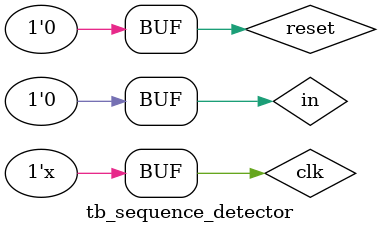
<source format=v>
module tb_sequence_detector;
    reg clk;
    reg reset;
    reg in;
    wire out;
    sequence_detector uut (
        .clk(clk),
        .reset(reset),
        .in(in),
        .out(out));
    always begin
        #5 clk = ~clk;
    end
    initial begin
        clk = 0;
        reset = 0;
        in = 0;
        reset = 1;
        #10;
        reset = 0;
        in = 1; #10;
        in = 1; #10;
        in = 0; #10;
        in = 1; #10;
        in = 1; #10;
        in = 1; #10;
        in = 1; #10;
        in = 0; #10;
        in = 0; #10;
    end
    initial begin
        $monitor("Time = %0t | clk = %b | reset = %b | in = %b | out = %b", $time, clk, reset, in, out);
    end
endmodule

</source>
